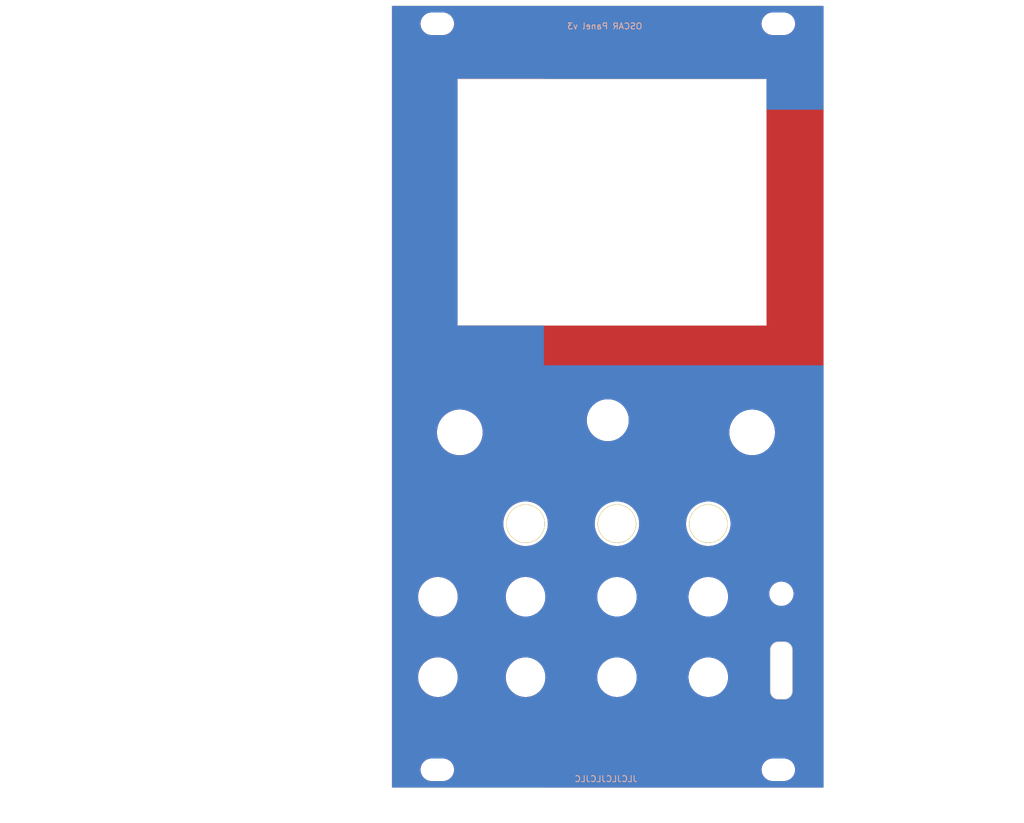
<source format=kicad_pcb>
(kicad_pcb (version 20240108) (generator "pcbnew") (generator_version "8.0")
  (layers (0 "F.Cu" signal) (31 "B.Cu" signal) (34 "B.Paste" user) (35 "F.Paste" user) (36 "B.SilkS" user "B.Silkscreen") (37 "F.SilkS" user "F.Silkscreen") (38 "B.Mask" user) (39 "F.Mask" user) (44 "Edge.Cuts" user))
  (net 0 "")
  (footprint "Custom_Footprints:Thonkiconn_Socket_MountingHole_6mm" (layer "F.Cu") (at 122 132)
    (property "Reference" "Ref**" (hide yes))
    (property "Value" "Thonkiconn_Socket_MountingHole_6mm")
    (pad "" np_thru_hole circle (at 0 0) (size 6 6) (drill 6) (layers "*.Cu" "*.Mask"))
  )
  (footprint "Custom_Footprints:Thonkiconn_Socket_MountingHole_6mm" (layer "F.Cu") (at 137 132)
    (property "Reference" "Ref**" (hide yes))
    (property "Value" "Thonkiconn_Socket_MountingHole_6mm")
    (pad "" np_thru_hole circle (at 0 0) (size 6 6) (drill 6) (layers "*.Cu" "*.Mask"))
  )
  (footprint "Custom_Footprints:Thonkiconn_Socket_MountingHole_6mm" (layer "F.Cu") (at 152 132)
    (property "Reference" "Ref**" (hide yes))
    (property "Value" "Thonkiconn_Socket_MountingHole_6mm")
    (pad "" np_thru_hole circle (at 0 0) (size 6 6) (drill 6) (layers "*.Cu" "*.Mask"))
  )
  (footprint "Custom_Footprints:Thonkiconn_Socket_MountingHole_6mm" (layer "F.Cu") (at 107.6 132)
    (property "Reference" "Ref**" (hide yes))
    (property "Value" "Thonkiconn_Socket_MountingHole_6mm")
    (pad "" np_thru_hole circle (at 0 0) (size 6 6) (drill 6) (layers "*.Cu" "*.Mask"))
  )
  (footprint "Custom_Footprints:Thonkiconn_Socket_MountingHole_6mm" (layer "F.Cu") (at 122 145.2)
    (property "Reference" "Ref**" (hide yes))
    (property "Value" "Thonkiconn_Socket_MountingHole_6mm")
    (pad "" np_thru_hole circle (at 0 0) (size 6 6) (drill 6) (layers "*.Cu" "*.Mask"))
  )
  (footprint "Custom_Footprints:Thonkiconn_Socket_MountingHole_6mm" (layer "F.Cu") (at 137 145.2)
    (property "Reference" "Ref**" (hide yes))
    (property "Value" "Thonkiconn_Socket_MountingHole_6mm")
    (pad "" np_thru_hole circle (at 0 0) (size 6 6) (drill 6) (layers "*.Cu" "*.Mask"))
  )
  (footprint "Custom_Footprints:Thonkiconn_Socket_MountingHole_6mm" (layer "F.Cu") (at 152 145.2)
    (property "Reference" "Ref**" (hide yes))
    (property "Value" "Thonkiconn_Socket_MountingHole_6mm")
    (pad "" np_thru_hole circle (at 0 0) (size 6 6) (drill 6) (layers "*.Cu" "*.Mask"))
  )
  (footprint "Custom_Footprints:Alpha_9mm_pot_hole" (layer "F.Cu") (at 159.2 105)
    (property "Reference" "Ref**" (hide yes))
    (property "Value" "Alpha_9mm_pot_hole" (hide yes))
    (pad "" np_thru_hole circle (at 0 0) (size 7 7) (drill 7) (layers "*.Cu" "*.Mask"))
  )
  (footprint "Custom_Footprints:Alpha_9mm_pot_hole" (layer "F.Cu") (at 111.2 105)
    (property "Reference" "Ref**" (hide yes))
    (property "Value" "Alpha_9mm_pot_hole" (hide yes))
    (pad "" np_thru_hole circle (at 0 0) (size 7 7) (drill 7) (layers "*.Cu" "*.Mask"))
  )
  (footprint "Custom_Footprints:Oval_Mounting_Hole" (layer "F.Cu") (at 107.5 37.9)
    (property "Reference" "Ref**" (hide yes))
    (property "Value" "Oval_Mounting_Hole")
    (pad "" np_thru_hole oval (at 0 0) (size 5 3.2) (drill oval 5 3.2) (layers "*.Cu" "*.Mask"))
  )
  (footprint "Custom_Footprints:Oval_Mounting_Hole" (layer "F.Cu") (at 163.5 37.9)
    (property "Reference" "Ref**" (hide yes))
    (property "Value" "Oval_Mounting_Hole")
    (pad "" np_thru_hole oval (at 0 0) (size 5 3.2) (drill oval 5 3.2) (layers "*.Cu" "*.Mask"))
  )
  (footprint "Custom_Footprints:Oval_Mounting_Hole" (layer "F.Cu") (at 107.5 160.4)
    (property "Reference" "Ref**" (hide yes))
    (property "Value" "Oval_Mounting_Hole")
    (pad "" np_thru_hole oval (at 0 0) (size 5 3.2) (drill oval 5 3.2) (layers "*.Cu" "*.Mask"))
  )
  (footprint "Custom_Footprints:Oval_Mounting_Hole" (layer "F.Cu") (at 163.5 160.4)
    (property "Reference" "Ref**" (hide yes))
    (property "Value" "Oval_Mounting_Hole")
    (pad "" np_thru_hole oval (at 0 0) (size 5 3.2) (drill oval 5 3.2) (layers "*.Cu" "*.Mask"))
  )
  (footprint "Custom_Footprints:MountingHole_6.3mm" (layer "F.Cu") (at 152 120)
    (property "Reference" "Ref**" (hide yes))
    (property "Value" "Thonkikonn_6.1mm")
    (pad "" np_thru_hole circle (at 0 0) (size 6.3 6.3) (drill 6.1) (layers "F&B.Cu" "*.Mask" "F.SilkS"))
  )
  (footprint "kibuzzard-67F2B157" (layer "F.Cu") (at 164 124.7)
    (property "Reference" "kibuzzard-67F2B157" (hide yes))
    (property "Value" "G***" (hide yes))
  )
  (footprint "kibuzzard-67F2B10D" (layer "F.Cu") (at 107.6 124.5)
    (property "Reference" "kibuzzard-67F2B10D" (hide yes))
    (property "Value" "G***" (hide yes))
  )
  (footprint "kibuzzard-67F2B0DF" (layer "F.Cu") (at 135.5 94)
    (property "Reference" "kibuzzard-67F2B0DF" (hide yes))
    (property "Value" "G***" (hide yes))
  )
  (footprint "Custom_Footprints:MountingHole_6.3mm" (layer "F.Cu") (at 137 120)
    (property "Reference" "Ref**" (hide yes))
    (property "Value" "Thonkikonn_6.1mm")
    (pad "" np_thru_hole circle (at 0 0) (size 6.3 6.3) (drill 6.1) (layers "F&B.Cu" "*.Mask" "F.SilkS"))
  )
  (footprint "Custom_Footprints:MountingHole_6.3mm" (layer "F.Cu") (at 122 120)
    (property "Reference" "Ref**" (hide yes))
    (property "Value" "Thonkikonn_6.1mm")
    (pad "" np_thru_hole circle (at 0 0) (size 6.3 6.3) (drill 6.1) (layers "F&B.Cu" "*.Mask" "F.SilkS"))
  )
  (footprint "oscar_logo:oscar_logo2" (layer "F.Cu") (at 136.7 41.6)
    (property "Reference" "G***" (hide yes))
    (property "Value" "LOGO" (hide yes))
  )
  (footprint "Custom_Footprints:USB_C_Cutout" (layer "F.Cu") (at 164 144.1 90)
    (property "Reference" "REF**" (hide yes))
    (property "Value" "USB_C_Cutout")
    (fp_line (start -3.4 -1.8) (end 3.4 -1.8) (stroke (width 0.12)) (layer "Edge.Cuts"))
    (fp_line (start -4.7 -0.5) (end -4.7 0.5) (stroke (width 0.12)) (layer "Edge.Cuts"))
    (fp_line (start 4.7 0.5) (end 4.7 -0.5) (stroke (width 0.12)) (layer "Edge.Cuts"))
    (fp_line (start -3.38 1.8) (end 3.38 1.8) (stroke (width 0.12)) (layer "Edge.Cuts"))
    (fp_arc (start 3.4 -1.8) (mid 4.313703 -1.413703) (end 4.7 -0.5) (stroke (width 0.12)) (layer "Edge.Cuts"))
    (fp_arc (start -4.7 -0.5) (mid -4.319239 -1.419239) (end -3.4 -1.8) (stroke (width 0.12)) (layer "Edge.Cuts"))
    (fp_arc (start 4.7 0.5) (mid 4.306876 1.42048) (end 3.380761 1.80014) (stroke (width 0.12)) (layer "Edge.Cuts"))
    (fp_arc (start -3.380761 1.80014) (mid -4.306876 1.420481) (end -4.7 0.5) (stroke (width 0.12)) (layer "Edge.Cuts"))
  )
  (footprint "Custom_Footprints:Small_Pushbutton_Hole_3.5mm" (layer "F.Cu") (at 164 131.5)
    (property "Reference" "Ref**" (hide yes))
    (property "Value" "Push_Button_Hole" (hide yes))
    (pad "" np_thru_hole circle (at 0 0) (size 3.5 3.5) (drill 3.5) (layers "*.Cu" "*.Mask"))
  )
  (footprint "Custom_Footprints:Tall_Trimmer_Hole" (layer "F.Cu") (at 135.5 103)
    (property "Reference" "Ref**" (hide yes))
    (property "Value" "Push_Button_Hole" (hide yes))
    (pad "" np_thru_hole circle (at 0 0) (size 6.4 6.4) (drill 6.4) (layers "F&B.Cu" "*.Mask"))
  )
  (footprint "Custom_Footprints:Thonkiconn_Socket_MountingHole_6mm" (layer "F.Cu") (at 107.6 145.2)
    (property "Reference" "Ref**" (hide yes))
    (property "Value" "Thonkiconn_Socket_MountingHole_6mm")
    (pad "" np_thru_hole circle (at 0 0) (size 6 6) (drill 6) (layers "*.Cu" "*.Mask"))
  )
  (gr_rect (start 100 34.9) (end 171 163.4) (stroke (width 0.05)) (fill none) (layer "Edge.Cuts"))
  (gr_rect (start 110.9 47) (end 161.5 87.4) (stroke (width 0.05)) (fill none) (layer "Edge.Cuts"))
  (gr_text "OSCAR Panel v3" (at 135 38.3 0) (layer "B.SilkS") (effects (font (size 1 1)) (justify mirror)))
  (gr_text "JLCJLCJLCJLC" (at 135.2 161.9 0) (layer "B.SilkS") (effects (font (size 1 1)) (justify mirror)))
  (zone (net 0) (net_name "") (layers "F&B.Cu") (connect_pads (clearance 0.508)) (min_thickness 0.254) (fill yes (thermal_gap 0.508) (thermal_bridge_width 0.508) (island_removal_mode 1) (island_area_min 10))
    (polygon (pts (xy 99 34) (xy 172.8 34.3) (xy 172.8 164.7) (xy 99 164.4)))
  )
  (zone (net 0) (net_name "") (layer "B.Cu") (connect_pads (clearance 0.508)) (min_thickness 0.254) (fill yes (thermal_gap 0.508) (thermal_bridge_width 0.508))
    (polygon (pts (xy 196 40.8) (xy 125 40.8) (xy 125 169.2) (xy 196 169.2)))
  )
  (zone (net 0) (net_name "") (layer "B.Cu") (connect_pads (clearance 0)) (min_thickness 0.254)
    (keepout (tracks not_allowed) (vias not_allowed) (pads allowed) (copperpour not_allowed) (footprints allowed))
    (fill (thermal_gap 0.508) (thermal_bridge_width 0.508))
    (polygon (pts (xy 125 52) (xy 196 52) (xy 196 94) (xy 125 94)))
  )
)
</source>
